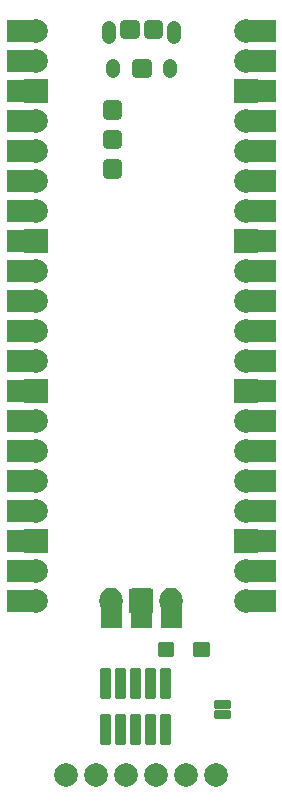
<source format=gts>
G04 EAGLE Gerber RS-274X export*
G75*
%MOMM*%
%FSLAX34Y34*%
%LPD*%
%INTop Solder Mask*%
%IPPOS*%
%AMOC8*
5,1,8,0,0,1.08239X$1,22.5*%
G01*
%ADD10C,0.221750*%
%ADD11C,2.006600*%
%ADD12C,0.732150*%
%ADD13C,1.227000*%
%ADD14C,1.177000*%
%ADD15R,2.006600X2.006600*%
%ADD16C,0.224459*%
%ADD17C,0.228600*%

G36*
X136047Y231287D02*
X136047Y231287D01*
X136042Y231294D01*
X136049Y231300D01*
X136049Y262300D01*
X136047Y262303D01*
X136049Y262306D01*
X135974Y262973D01*
X135968Y262979D01*
X135971Y262984D01*
X135749Y263618D01*
X135743Y263622D01*
X135745Y263628D01*
X135387Y264197D01*
X135380Y264200D01*
X135380Y264205D01*
X134905Y264680D01*
X134897Y264681D01*
X134897Y264687D01*
X134328Y265045D01*
X134320Y265044D01*
X134318Y265049D01*
X133684Y265271D01*
X133676Y265269D01*
X133673Y265274D01*
X133006Y265349D01*
X133002Y265347D01*
X133000Y265349D01*
X121000Y265349D01*
X120997Y265347D01*
X120995Y265349D01*
X120327Y265274D01*
X120321Y265268D01*
X120316Y265271D01*
X119682Y265049D01*
X119678Y265043D01*
X119672Y265045D01*
X119103Y264687D01*
X119100Y264680D01*
X119095Y264680D01*
X118620Y264205D01*
X118619Y264197D01*
X118613Y264197D01*
X118255Y263628D01*
X118256Y263623D01*
X118254Y263621D01*
X118255Y263619D01*
X118251Y263618D01*
X118029Y262984D01*
X118029Y262982D01*
X118028Y262981D01*
X118031Y262977D01*
X118031Y262976D01*
X118026Y262973D01*
X117951Y262306D01*
X117953Y262302D01*
X117951Y262300D01*
X117951Y231300D01*
X117987Y231253D01*
X117994Y231258D01*
X118000Y231251D01*
X136000Y231251D01*
X136047Y231287D01*
G37*
G36*
X240947Y676787D02*
X240947Y676787D01*
X240942Y676794D01*
X240949Y676800D01*
X240949Y694800D01*
X240913Y694847D01*
X240906Y694842D01*
X240900Y694849D01*
X209900Y694849D01*
X209897Y694847D01*
X209895Y694849D01*
X209227Y694774D01*
X209221Y694768D01*
X209216Y694771D01*
X208582Y694549D01*
X208578Y694543D01*
X208572Y694545D01*
X208003Y694187D01*
X208000Y694180D01*
X207995Y694180D01*
X207520Y693705D01*
X207519Y693697D01*
X207513Y693697D01*
X207155Y693128D01*
X207156Y693120D01*
X207151Y693118D01*
X206929Y692484D01*
X206931Y692478D01*
X206927Y692475D01*
X206928Y692474D01*
X206926Y692473D01*
X206851Y691806D01*
X206853Y691802D01*
X206851Y691800D01*
X206851Y679800D01*
X206853Y679797D01*
X206851Y679795D01*
X206926Y679127D01*
X206932Y679121D01*
X206929Y679116D01*
X207151Y678482D01*
X207157Y678478D01*
X207155Y678472D01*
X207513Y677903D01*
X207520Y677900D01*
X207520Y677895D01*
X207995Y677420D01*
X208003Y677419D01*
X208003Y677413D01*
X208572Y677055D01*
X208580Y677056D01*
X208582Y677051D01*
X209216Y676829D01*
X209224Y676831D01*
X209227Y676826D01*
X209895Y676751D01*
X209898Y676753D01*
X209900Y676751D01*
X240900Y676751D01*
X240947Y676787D01*
G37*
G36*
X240947Y295787D02*
X240947Y295787D01*
X240942Y295794D01*
X240949Y295800D01*
X240949Y313800D01*
X240913Y313847D01*
X240906Y313842D01*
X240900Y313849D01*
X209900Y313849D01*
X209897Y313847D01*
X209895Y313849D01*
X209227Y313774D01*
X209221Y313768D01*
X209216Y313771D01*
X208582Y313549D01*
X208578Y313543D01*
X208572Y313545D01*
X208003Y313187D01*
X208000Y313180D01*
X207995Y313180D01*
X207520Y312705D01*
X207519Y312697D01*
X207513Y312697D01*
X207155Y312128D01*
X207156Y312120D01*
X207151Y312118D01*
X206929Y311484D01*
X206931Y311478D01*
X206927Y311475D01*
X206928Y311474D01*
X206926Y311473D01*
X206851Y310806D01*
X206853Y310802D01*
X206851Y310800D01*
X206851Y298800D01*
X206853Y298797D01*
X206851Y298795D01*
X206926Y298127D01*
X206932Y298121D01*
X206929Y298116D01*
X207151Y297482D01*
X207157Y297478D01*
X207155Y297472D01*
X207513Y296903D01*
X207520Y296900D01*
X207520Y296895D01*
X207995Y296420D01*
X208003Y296419D01*
X208003Y296413D01*
X208572Y296055D01*
X208580Y296056D01*
X208582Y296051D01*
X209216Y295829D01*
X209224Y295831D01*
X209227Y295826D01*
X209895Y295751D01*
X209898Y295753D01*
X209900Y295751D01*
X240900Y295751D01*
X240947Y295787D01*
G37*
G36*
X240947Y422787D02*
X240947Y422787D01*
X240942Y422794D01*
X240949Y422800D01*
X240949Y440800D01*
X240913Y440847D01*
X240906Y440842D01*
X240900Y440849D01*
X209900Y440849D01*
X209897Y440847D01*
X209895Y440849D01*
X209227Y440774D01*
X209221Y440768D01*
X209216Y440771D01*
X208582Y440549D01*
X208578Y440543D01*
X208572Y440545D01*
X208003Y440187D01*
X208000Y440180D01*
X207995Y440180D01*
X207520Y439705D01*
X207519Y439697D01*
X207513Y439697D01*
X207155Y439128D01*
X207156Y439120D01*
X207151Y439118D01*
X206929Y438484D01*
X206931Y438478D01*
X206927Y438475D01*
X206928Y438474D01*
X206926Y438473D01*
X206851Y437806D01*
X206853Y437802D01*
X206851Y437800D01*
X206851Y425800D01*
X206853Y425797D01*
X206851Y425795D01*
X206926Y425127D01*
X206932Y425121D01*
X206929Y425116D01*
X207151Y424482D01*
X207157Y424478D01*
X207155Y424472D01*
X207513Y423903D01*
X207520Y423900D01*
X207520Y423895D01*
X207995Y423420D01*
X208003Y423419D01*
X208003Y423413D01*
X208572Y423055D01*
X208580Y423056D01*
X208582Y423051D01*
X209216Y422829D01*
X209224Y422831D01*
X209227Y422826D01*
X209895Y422751D01*
X209898Y422753D01*
X209900Y422751D01*
X240900Y422751D01*
X240947Y422787D01*
G37*
G36*
X240947Y549787D02*
X240947Y549787D01*
X240942Y549794D01*
X240949Y549800D01*
X240949Y567800D01*
X240913Y567847D01*
X240906Y567842D01*
X240900Y567849D01*
X209900Y567849D01*
X209897Y567847D01*
X209895Y567849D01*
X209227Y567774D01*
X209221Y567768D01*
X209216Y567771D01*
X208582Y567549D01*
X208578Y567543D01*
X208572Y567545D01*
X208003Y567187D01*
X208000Y567180D01*
X207995Y567180D01*
X207520Y566705D01*
X207519Y566697D01*
X207513Y566697D01*
X207155Y566128D01*
X207156Y566120D01*
X207151Y566118D01*
X206929Y565484D01*
X206931Y565478D01*
X206927Y565475D01*
X206928Y565474D01*
X206926Y565473D01*
X206851Y564806D01*
X206853Y564802D01*
X206851Y564800D01*
X206851Y552800D01*
X206853Y552797D01*
X206851Y552795D01*
X206926Y552127D01*
X206932Y552121D01*
X206929Y552116D01*
X207151Y551482D01*
X207157Y551478D01*
X207155Y551472D01*
X207513Y550903D01*
X207520Y550900D01*
X207520Y550895D01*
X207995Y550420D01*
X208003Y550419D01*
X208003Y550413D01*
X208572Y550055D01*
X208580Y550056D01*
X208582Y550051D01*
X209216Y549829D01*
X209224Y549831D01*
X209227Y549826D01*
X209895Y549751D01*
X209898Y549753D01*
X209900Y549751D01*
X240900Y549751D01*
X240947Y549787D01*
G37*
G36*
X44103Y295753D02*
X44103Y295753D01*
X44106Y295751D01*
X44773Y295826D01*
X44779Y295832D01*
X44784Y295829D01*
X45418Y296051D01*
X45422Y296057D01*
X45428Y296055D01*
X45997Y296413D01*
X46000Y296420D01*
X46005Y296420D01*
X46480Y296895D01*
X46481Y296903D01*
X46487Y296903D01*
X46845Y297472D01*
X46844Y297480D01*
X46849Y297482D01*
X47071Y298116D01*
X47069Y298124D01*
X47074Y298127D01*
X47149Y298795D01*
X47147Y298798D01*
X47149Y298800D01*
X47149Y310800D01*
X47147Y310803D01*
X47149Y310806D01*
X47074Y311473D01*
X47068Y311479D01*
X47071Y311484D01*
X46849Y312118D01*
X46843Y312122D01*
X46845Y312128D01*
X46487Y312697D01*
X46480Y312700D01*
X46480Y312705D01*
X46005Y313180D01*
X45997Y313181D01*
X45997Y313187D01*
X45428Y313545D01*
X45420Y313544D01*
X45418Y313549D01*
X44784Y313771D01*
X44776Y313769D01*
X44773Y313774D01*
X44106Y313849D01*
X44102Y313847D01*
X44100Y313849D01*
X13100Y313849D01*
X13053Y313813D01*
X13058Y313806D01*
X13051Y313800D01*
X13051Y295800D01*
X13087Y295753D01*
X13094Y295758D01*
X13100Y295751D01*
X44100Y295751D01*
X44103Y295753D01*
G37*
G36*
X44103Y676753D02*
X44103Y676753D01*
X44106Y676751D01*
X44773Y676826D01*
X44779Y676832D01*
X44784Y676829D01*
X45418Y677051D01*
X45422Y677057D01*
X45428Y677055D01*
X45997Y677413D01*
X46000Y677420D01*
X46005Y677420D01*
X46480Y677895D01*
X46481Y677903D01*
X46487Y677903D01*
X46845Y678472D01*
X46844Y678480D01*
X46849Y678482D01*
X47071Y679116D01*
X47069Y679124D01*
X47074Y679127D01*
X47149Y679795D01*
X47147Y679798D01*
X47149Y679800D01*
X47149Y691800D01*
X47147Y691803D01*
X47149Y691806D01*
X47074Y692473D01*
X47068Y692479D01*
X47071Y692484D01*
X46849Y693118D01*
X46843Y693122D01*
X46845Y693128D01*
X46487Y693697D01*
X46480Y693700D01*
X46480Y693705D01*
X46005Y694180D01*
X45997Y694181D01*
X45997Y694187D01*
X45428Y694545D01*
X45420Y694544D01*
X45418Y694549D01*
X44784Y694771D01*
X44776Y694769D01*
X44773Y694774D01*
X44106Y694849D01*
X44102Y694847D01*
X44100Y694849D01*
X13100Y694849D01*
X13053Y694813D01*
X13058Y694806D01*
X13051Y694800D01*
X13051Y676800D01*
X13087Y676753D01*
X13094Y676758D01*
X13100Y676751D01*
X44100Y676751D01*
X44103Y676753D01*
G37*
G36*
X44103Y549753D02*
X44103Y549753D01*
X44106Y549751D01*
X44773Y549826D01*
X44779Y549832D01*
X44784Y549829D01*
X45418Y550051D01*
X45422Y550057D01*
X45428Y550055D01*
X45997Y550413D01*
X46000Y550420D01*
X46005Y550420D01*
X46480Y550895D01*
X46481Y550903D01*
X46487Y550903D01*
X46845Y551472D01*
X46844Y551480D01*
X46849Y551482D01*
X47071Y552116D01*
X47069Y552124D01*
X47074Y552127D01*
X47149Y552795D01*
X47147Y552798D01*
X47149Y552800D01*
X47149Y564800D01*
X47147Y564803D01*
X47149Y564806D01*
X47074Y565473D01*
X47068Y565479D01*
X47071Y565484D01*
X46849Y566118D01*
X46843Y566122D01*
X46845Y566128D01*
X46487Y566697D01*
X46480Y566700D01*
X46480Y566705D01*
X46005Y567180D01*
X45997Y567181D01*
X45997Y567187D01*
X45428Y567545D01*
X45420Y567544D01*
X45418Y567549D01*
X44784Y567771D01*
X44776Y567769D01*
X44773Y567774D01*
X44106Y567849D01*
X44102Y567847D01*
X44100Y567849D01*
X13100Y567849D01*
X13053Y567813D01*
X13058Y567806D01*
X13051Y567800D01*
X13051Y549800D01*
X13087Y549753D01*
X13094Y549758D01*
X13100Y549751D01*
X44100Y549751D01*
X44103Y549753D01*
G37*
G36*
X44103Y422753D02*
X44103Y422753D01*
X44106Y422751D01*
X44773Y422826D01*
X44779Y422832D01*
X44784Y422829D01*
X45418Y423051D01*
X45422Y423057D01*
X45428Y423055D01*
X45997Y423413D01*
X46000Y423420D01*
X46005Y423420D01*
X46480Y423895D01*
X46481Y423903D01*
X46487Y423903D01*
X46845Y424472D01*
X46844Y424480D01*
X46849Y424482D01*
X47071Y425116D01*
X47069Y425124D01*
X47074Y425127D01*
X47149Y425795D01*
X47147Y425798D01*
X47149Y425800D01*
X47149Y437800D01*
X47147Y437803D01*
X47149Y437806D01*
X47074Y438473D01*
X47068Y438479D01*
X47071Y438484D01*
X46849Y439118D01*
X46843Y439122D01*
X46845Y439128D01*
X46487Y439697D01*
X46480Y439700D01*
X46480Y439705D01*
X46005Y440180D01*
X45997Y440181D01*
X45997Y440187D01*
X45428Y440545D01*
X45420Y440544D01*
X45418Y440549D01*
X44784Y440771D01*
X44776Y440769D01*
X44773Y440774D01*
X44106Y440849D01*
X44102Y440847D01*
X44100Y440849D01*
X13100Y440849D01*
X13053Y440813D01*
X13058Y440806D01*
X13051Y440800D01*
X13051Y422800D01*
X13087Y422753D01*
X13094Y422758D01*
X13100Y422751D01*
X44100Y422751D01*
X44103Y422753D01*
G37*
G36*
X38103Y244953D02*
X38103Y244953D01*
X38105Y244951D01*
X39861Y245124D01*
X39866Y245129D01*
X39870Y245126D01*
X41558Y245638D01*
X41563Y245644D01*
X41567Y245642D01*
X43123Y246473D01*
X43126Y246480D01*
X43131Y246479D01*
X44495Y247598D01*
X44497Y247605D01*
X44502Y247605D01*
X45621Y248969D01*
X45622Y248976D01*
X45627Y248977D01*
X46458Y250533D01*
X46457Y250540D01*
X46462Y250542D01*
X46465Y250552D01*
X46480Y250601D01*
X46659Y251192D01*
X46674Y251241D01*
X46854Y251832D01*
X46869Y251882D01*
X46974Y252230D01*
X46972Y252237D01*
X46976Y252239D01*
X47149Y253995D01*
X47145Y254001D01*
X47149Y254005D01*
X46976Y255761D01*
X46971Y255766D01*
X46974Y255770D01*
X46462Y257458D01*
X46456Y257463D01*
X46458Y257467D01*
X45627Y259023D01*
X45620Y259026D01*
X45621Y259031D01*
X44502Y260395D01*
X44495Y260397D01*
X44495Y260402D01*
X43131Y261521D01*
X43124Y261522D01*
X43123Y261527D01*
X41567Y262358D01*
X41560Y262357D01*
X41558Y262362D01*
X39870Y262874D01*
X39863Y262872D01*
X39861Y262876D01*
X38105Y263049D01*
X38102Y263047D01*
X38100Y263049D01*
X13100Y263049D01*
X13053Y263013D01*
X13058Y263006D01*
X13051Y263000D01*
X13051Y245000D01*
X13087Y244953D01*
X13094Y244958D01*
X13100Y244951D01*
X38100Y244951D01*
X38103Y244953D01*
G37*
G36*
X38103Y727553D02*
X38103Y727553D01*
X38105Y727551D01*
X39861Y727724D01*
X39866Y727729D01*
X39870Y727726D01*
X41558Y728238D01*
X41563Y728244D01*
X41567Y728242D01*
X43123Y729073D01*
X43126Y729080D01*
X43131Y729079D01*
X44495Y730198D01*
X44497Y730205D01*
X44502Y730205D01*
X45621Y731569D01*
X45622Y731576D01*
X45627Y731577D01*
X46458Y733133D01*
X46457Y733140D01*
X46462Y733142D01*
X46600Y733595D01*
X46615Y733644D01*
X46794Y734235D01*
X46809Y734285D01*
X46974Y734830D01*
X46972Y734837D01*
X46976Y734839D01*
X47149Y736595D01*
X47145Y736601D01*
X47149Y736605D01*
X46976Y738361D01*
X46971Y738366D01*
X46974Y738370D01*
X46462Y740058D01*
X46456Y740063D01*
X46458Y740067D01*
X45627Y741623D01*
X45620Y741626D01*
X45621Y741631D01*
X44502Y742995D01*
X44495Y742997D01*
X44495Y743002D01*
X43131Y744121D01*
X43124Y744122D01*
X43123Y744127D01*
X41567Y744958D01*
X41560Y744957D01*
X41558Y744962D01*
X39870Y745474D01*
X39863Y745472D01*
X39861Y745476D01*
X38105Y745649D01*
X38102Y745647D01*
X38100Y745649D01*
X13100Y745649D01*
X13053Y745613D01*
X13058Y745606D01*
X13051Y745600D01*
X13051Y727600D01*
X13087Y727553D01*
X13094Y727558D01*
X13100Y727551D01*
X38100Y727551D01*
X38103Y727553D01*
G37*
G36*
X38103Y702153D02*
X38103Y702153D01*
X38105Y702151D01*
X39861Y702324D01*
X39866Y702329D01*
X39870Y702326D01*
X41558Y702838D01*
X41563Y702844D01*
X41567Y702842D01*
X43123Y703673D01*
X43126Y703680D01*
X43131Y703679D01*
X44495Y704798D01*
X44497Y704805D01*
X44502Y704805D01*
X45621Y706169D01*
X45622Y706176D01*
X45627Y706177D01*
X46458Y707733D01*
X46457Y707740D01*
X46462Y707742D01*
X46600Y708195D01*
X46615Y708244D01*
X46794Y708835D01*
X46809Y708885D01*
X46974Y709430D01*
X46972Y709437D01*
X46976Y709439D01*
X47149Y711195D01*
X47145Y711201D01*
X47149Y711205D01*
X46976Y712961D01*
X46971Y712966D01*
X46974Y712970D01*
X46462Y714658D01*
X46456Y714663D01*
X46458Y714667D01*
X45627Y716223D01*
X45620Y716226D01*
X45621Y716231D01*
X44502Y717595D01*
X44495Y717597D01*
X44495Y717602D01*
X43131Y718721D01*
X43124Y718722D01*
X43123Y718727D01*
X41567Y719558D01*
X41560Y719557D01*
X41558Y719562D01*
X39870Y720074D01*
X39863Y720072D01*
X39861Y720076D01*
X38105Y720249D01*
X38102Y720247D01*
X38100Y720249D01*
X13100Y720249D01*
X13053Y720213D01*
X13058Y720206D01*
X13051Y720200D01*
X13051Y702200D01*
X13087Y702153D01*
X13094Y702158D01*
X13100Y702151D01*
X38100Y702151D01*
X38103Y702153D01*
G37*
G36*
X38103Y346553D02*
X38103Y346553D01*
X38105Y346551D01*
X39861Y346724D01*
X39866Y346729D01*
X39870Y346726D01*
X41558Y347238D01*
X41563Y347244D01*
X41567Y347242D01*
X43123Y348073D01*
X43126Y348080D01*
X43131Y348079D01*
X44495Y349198D01*
X44497Y349205D01*
X44502Y349205D01*
X45621Y350569D01*
X45622Y350576D01*
X45627Y350577D01*
X46458Y352133D01*
X46457Y352140D01*
X46462Y352142D01*
X46600Y352595D01*
X46615Y352644D01*
X46794Y353235D01*
X46809Y353285D01*
X46974Y353830D01*
X46972Y353837D01*
X46976Y353839D01*
X47149Y355595D01*
X47145Y355601D01*
X47149Y355605D01*
X46976Y357361D01*
X46971Y357366D01*
X46974Y357370D01*
X46462Y359058D01*
X46456Y359063D01*
X46458Y359067D01*
X45627Y360623D01*
X45620Y360626D01*
X45621Y360631D01*
X44502Y361995D01*
X44495Y361997D01*
X44495Y362002D01*
X43131Y363121D01*
X43124Y363122D01*
X43123Y363127D01*
X41567Y363958D01*
X41560Y363957D01*
X41558Y363962D01*
X39870Y364474D01*
X39863Y364472D01*
X39861Y364476D01*
X38105Y364649D01*
X38102Y364647D01*
X38100Y364649D01*
X13100Y364649D01*
X13053Y364613D01*
X13058Y364606D01*
X13051Y364600D01*
X13051Y346600D01*
X13087Y346553D01*
X13094Y346558D01*
X13100Y346551D01*
X38100Y346551D01*
X38103Y346553D01*
G37*
G36*
X38103Y600553D02*
X38103Y600553D01*
X38105Y600551D01*
X39861Y600724D01*
X39866Y600729D01*
X39870Y600726D01*
X41558Y601238D01*
X41563Y601244D01*
X41567Y601242D01*
X43123Y602073D01*
X43126Y602080D01*
X43131Y602079D01*
X44495Y603198D01*
X44497Y603205D01*
X44502Y603205D01*
X45621Y604569D01*
X45622Y604576D01*
X45627Y604577D01*
X46458Y606133D01*
X46457Y606140D01*
X46462Y606142D01*
X46600Y606595D01*
X46615Y606644D01*
X46794Y607235D01*
X46809Y607285D01*
X46974Y607830D01*
X46972Y607837D01*
X46976Y607839D01*
X47149Y609595D01*
X47145Y609601D01*
X47149Y609605D01*
X46976Y611361D01*
X46971Y611366D01*
X46974Y611370D01*
X46462Y613058D01*
X46456Y613063D01*
X46458Y613067D01*
X45627Y614623D01*
X45620Y614626D01*
X45621Y614631D01*
X44502Y615995D01*
X44495Y615997D01*
X44495Y616002D01*
X43131Y617121D01*
X43124Y617122D01*
X43123Y617127D01*
X41567Y617958D01*
X41560Y617957D01*
X41558Y617962D01*
X39870Y618474D01*
X39863Y618472D01*
X39861Y618476D01*
X38105Y618649D01*
X38102Y618647D01*
X38100Y618649D01*
X13100Y618649D01*
X13053Y618613D01*
X13058Y618606D01*
X13051Y618600D01*
X13051Y600600D01*
X13087Y600553D01*
X13094Y600558D01*
X13100Y600551D01*
X38100Y600551D01*
X38103Y600553D01*
G37*
G36*
X38103Y651353D02*
X38103Y651353D01*
X38105Y651351D01*
X39861Y651524D01*
X39866Y651529D01*
X39870Y651526D01*
X41558Y652038D01*
X41563Y652044D01*
X41567Y652042D01*
X43123Y652873D01*
X43126Y652880D01*
X43131Y652879D01*
X44495Y653998D01*
X44497Y654005D01*
X44502Y654005D01*
X45621Y655369D01*
X45622Y655376D01*
X45627Y655377D01*
X46458Y656933D01*
X46457Y656940D01*
X46462Y656942D01*
X46600Y657395D01*
X46615Y657444D01*
X46794Y658035D01*
X46809Y658085D01*
X46974Y658630D01*
X46972Y658637D01*
X46976Y658639D01*
X47149Y660395D01*
X47145Y660401D01*
X47149Y660405D01*
X46976Y662161D01*
X46971Y662166D01*
X46974Y662170D01*
X46462Y663858D01*
X46456Y663863D01*
X46458Y663867D01*
X45627Y665423D01*
X45620Y665426D01*
X45621Y665431D01*
X44502Y666795D01*
X44495Y666797D01*
X44495Y666802D01*
X43131Y667921D01*
X43124Y667922D01*
X43123Y667927D01*
X41567Y668758D01*
X41560Y668757D01*
X41558Y668762D01*
X39870Y669274D01*
X39863Y669272D01*
X39861Y669276D01*
X38105Y669449D01*
X38102Y669447D01*
X38100Y669449D01*
X13100Y669449D01*
X13053Y669413D01*
X13058Y669406D01*
X13051Y669400D01*
X13051Y651400D01*
X13087Y651353D01*
X13094Y651358D01*
X13100Y651351D01*
X38100Y651351D01*
X38103Y651353D01*
G37*
G36*
X38103Y321153D02*
X38103Y321153D01*
X38105Y321151D01*
X39861Y321324D01*
X39866Y321329D01*
X39870Y321326D01*
X41558Y321838D01*
X41563Y321844D01*
X41567Y321842D01*
X43123Y322673D01*
X43126Y322680D01*
X43131Y322679D01*
X44495Y323798D01*
X44497Y323805D01*
X44502Y323805D01*
X45621Y325169D01*
X45622Y325176D01*
X45627Y325177D01*
X46458Y326733D01*
X46457Y326740D01*
X46462Y326742D01*
X46600Y327195D01*
X46615Y327244D01*
X46794Y327835D01*
X46809Y327885D01*
X46974Y328430D01*
X46972Y328437D01*
X46976Y328439D01*
X47149Y330195D01*
X47145Y330201D01*
X47149Y330205D01*
X46976Y331961D01*
X46971Y331966D01*
X46974Y331970D01*
X46462Y333658D01*
X46456Y333663D01*
X46458Y333667D01*
X45627Y335223D01*
X45620Y335226D01*
X45621Y335231D01*
X44502Y336595D01*
X44495Y336597D01*
X44495Y336602D01*
X43131Y337721D01*
X43124Y337722D01*
X43123Y337727D01*
X41567Y338558D01*
X41560Y338557D01*
X41558Y338562D01*
X39870Y339074D01*
X39863Y339072D01*
X39861Y339076D01*
X38105Y339249D01*
X38102Y339247D01*
X38100Y339249D01*
X13100Y339249D01*
X13053Y339213D01*
X13058Y339206D01*
X13051Y339200D01*
X13051Y321200D01*
X13087Y321153D01*
X13094Y321158D01*
X13100Y321151D01*
X38100Y321151D01*
X38103Y321153D01*
G37*
G36*
X38103Y625953D02*
X38103Y625953D01*
X38105Y625951D01*
X39861Y626124D01*
X39866Y626129D01*
X39870Y626126D01*
X41558Y626638D01*
X41563Y626644D01*
X41567Y626642D01*
X43123Y627473D01*
X43126Y627480D01*
X43131Y627479D01*
X44495Y628598D01*
X44497Y628605D01*
X44502Y628605D01*
X45621Y629969D01*
X45622Y629976D01*
X45627Y629977D01*
X46458Y631533D01*
X46457Y631540D01*
X46462Y631542D01*
X46600Y631995D01*
X46615Y632044D01*
X46794Y632635D01*
X46809Y632685D01*
X46974Y633230D01*
X46972Y633237D01*
X46976Y633239D01*
X47149Y634995D01*
X47145Y635001D01*
X47149Y635005D01*
X46976Y636761D01*
X46971Y636766D01*
X46974Y636770D01*
X46462Y638458D01*
X46456Y638463D01*
X46458Y638467D01*
X45627Y640023D01*
X45620Y640026D01*
X45621Y640031D01*
X44502Y641395D01*
X44495Y641397D01*
X44495Y641402D01*
X43131Y642521D01*
X43124Y642522D01*
X43123Y642527D01*
X41567Y643358D01*
X41560Y643357D01*
X41558Y643362D01*
X39870Y643874D01*
X39863Y643872D01*
X39861Y643876D01*
X38105Y644049D01*
X38102Y644047D01*
X38100Y644049D01*
X13100Y644049D01*
X13053Y644013D01*
X13058Y644006D01*
X13051Y644000D01*
X13051Y626000D01*
X13087Y625953D01*
X13094Y625958D01*
X13100Y625951D01*
X38100Y625951D01*
X38103Y625953D01*
G37*
G36*
X38103Y575153D02*
X38103Y575153D01*
X38105Y575151D01*
X39861Y575324D01*
X39866Y575329D01*
X39870Y575326D01*
X41558Y575838D01*
X41563Y575844D01*
X41567Y575842D01*
X43123Y576673D01*
X43126Y576680D01*
X43131Y576679D01*
X44495Y577798D01*
X44497Y577805D01*
X44502Y577805D01*
X45621Y579169D01*
X45622Y579176D01*
X45627Y579177D01*
X46458Y580733D01*
X46457Y580740D01*
X46462Y580742D01*
X46600Y581195D01*
X46615Y581244D01*
X46794Y581835D01*
X46809Y581885D01*
X46974Y582430D01*
X46972Y582437D01*
X46976Y582439D01*
X47149Y584195D01*
X47145Y584201D01*
X47149Y584205D01*
X46976Y585961D01*
X46971Y585966D01*
X46974Y585970D01*
X46462Y587658D01*
X46456Y587663D01*
X46458Y587667D01*
X45627Y589223D01*
X45620Y589226D01*
X45621Y589231D01*
X44502Y590595D01*
X44495Y590597D01*
X44495Y590602D01*
X43131Y591721D01*
X43124Y591722D01*
X43123Y591727D01*
X41567Y592558D01*
X41560Y592557D01*
X41558Y592562D01*
X39870Y593074D01*
X39863Y593072D01*
X39861Y593076D01*
X38105Y593249D01*
X38102Y593247D01*
X38100Y593249D01*
X13100Y593249D01*
X13053Y593213D01*
X13058Y593206D01*
X13051Y593200D01*
X13051Y575200D01*
X13087Y575153D01*
X13094Y575158D01*
X13100Y575151D01*
X38100Y575151D01*
X38103Y575153D01*
G37*
G36*
X38103Y473553D02*
X38103Y473553D01*
X38105Y473551D01*
X39861Y473724D01*
X39866Y473729D01*
X39870Y473726D01*
X41558Y474238D01*
X41563Y474244D01*
X41567Y474242D01*
X43123Y475073D01*
X43126Y475080D01*
X43131Y475079D01*
X44495Y476198D01*
X44497Y476205D01*
X44502Y476205D01*
X45621Y477569D01*
X45622Y477576D01*
X45627Y477577D01*
X46458Y479133D01*
X46457Y479140D01*
X46462Y479142D01*
X46600Y479595D01*
X46615Y479644D01*
X46794Y480235D01*
X46809Y480285D01*
X46974Y480830D01*
X46972Y480837D01*
X46976Y480839D01*
X47149Y482595D01*
X47145Y482601D01*
X47149Y482605D01*
X46976Y484361D01*
X46971Y484366D01*
X46974Y484370D01*
X46462Y486058D01*
X46456Y486063D01*
X46458Y486067D01*
X45627Y487623D01*
X45620Y487626D01*
X45621Y487631D01*
X44502Y488995D01*
X44495Y488997D01*
X44495Y489002D01*
X43131Y490121D01*
X43124Y490122D01*
X43123Y490127D01*
X41567Y490958D01*
X41560Y490957D01*
X41558Y490962D01*
X39870Y491474D01*
X39863Y491472D01*
X39861Y491476D01*
X38105Y491649D01*
X38102Y491647D01*
X38100Y491649D01*
X13100Y491649D01*
X13053Y491613D01*
X13058Y491606D01*
X13051Y491600D01*
X13051Y473600D01*
X13087Y473553D01*
X13094Y473558D01*
X13100Y473551D01*
X38100Y473551D01*
X38103Y473553D01*
G37*
G36*
X38103Y524353D02*
X38103Y524353D01*
X38105Y524351D01*
X39861Y524524D01*
X39866Y524529D01*
X39870Y524526D01*
X41558Y525038D01*
X41563Y525044D01*
X41567Y525042D01*
X43123Y525873D01*
X43126Y525880D01*
X43131Y525879D01*
X44495Y526998D01*
X44497Y527005D01*
X44502Y527005D01*
X45621Y528369D01*
X45622Y528376D01*
X45627Y528377D01*
X46458Y529933D01*
X46457Y529940D01*
X46462Y529942D01*
X46600Y530395D01*
X46615Y530444D01*
X46794Y531035D01*
X46809Y531085D01*
X46974Y531630D01*
X46972Y531637D01*
X46976Y531639D01*
X47149Y533395D01*
X47145Y533401D01*
X47149Y533405D01*
X46976Y535161D01*
X46971Y535166D01*
X46974Y535170D01*
X46462Y536858D01*
X46456Y536863D01*
X46458Y536867D01*
X45627Y538423D01*
X45620Y538426D01*
X45621Y538431D01*
X44502Y539795D01*
X44495Y539797D01*
X44495Y539802D01*
X43131Y540921D01*
X43124Y540922D01*
X43123Y540927D01*
X41567Y541758D01*
X41560Y541757D01*
X41558Y541762D01*
X39870Y542274D01*
X39863Y542272D01*
X39861Y542276D01*
X38105Y542449D01*
X38102Y542447D01*
X38100Y542449D01*
X13100Y542449D01*
X13053Y542413D01*
X13058Y542406D01*
X13051Y542400D01*
X13051Y524400D01*
X13087Y524353D01*
X13094Y524358D01*
X13100Y524351D01*
X38100Y524351D01*
X38103Y524353D01*
G37*
G36*
X38103Y498953D02*
X38103Y498953D01*
X38105Y498951D01*
X39861Y499124D01*
X39866Y499129D01*
X39870Y499126D01*
X41558Y499638D01*
X41563Y499644D01*
X41567Y499642D01*
X43123Y500473D01*
X43126Y500480D01*
X43131Y500479D01*
X44495Y501598D01*
X44497Y501605D01*
X44502Y501605D01*
X45621Y502969D01*
X45622Y502976D01*
X45627Y502977D01*
X46458Y504533D01*
X46457Y504540D01*
X46462Y504542D01*
X46600Y504995D01*
X46615Y505044D01*
X46794Y505635D01*
X46809Y505685D01*
X46974Y506230D01*
X46972Y506237D01*
X46976Y506239D01*
X47149Y507995D01*
X47145Y508001D01*
X47149Y508005D01*
X46976Y509761D01*
X46971Y509766D01*
X46974Y509770D01*
X46462Y511458D01*
X46456Y511463D01*
X46458Y511467D01*
X45627Y513023D01*
X45620Y513026D01*
X45621Y513031D01*
X44502Y514395D01*
X44495Y514397D01*
X44495Y514402D01*
X43131Y515521D01*
X43124Y515522D01*
X43123Y515527D01*
X41567Y516358D01*
X41560Y516357D01*
X41558Y516362D01*
X39870Y516874D01*
X39863Y516872D01*
X39861Y516876D01*
X38105Y517049D01*
X38102Y517047D01*
X38100Y517049D01*
X13100Y517049D01*
X13053Y517013D01*
X13058Y517006D01*
X13051Y517000D01*
X13051Y499000D01*
X13087Y498953D01*
X13094Y498958D01*
X13100Y498951D01*
X38100Y498951D01*
X38103Y498953D01*
G37*
G36*
X38103Y270353D02*
X38103Y270353D01*
X38105Y270351D01*
X39861Y270524D01*
X39866Y270529D01*
X39870Y270526D01*
X41558Y271038D01*
X41563Y271044D01*
X41567Y271042D01*
X43123Y271873D01*
X43126Y271880D01*
X43131Y271879D01*
X44495Y272998D01*
X44497Y273005D01*
X44502Y273005D01*
X45621Y274369D01*
X45622Y274376D01*
X45627Y274377D01*
X46458Y275933D01*
X46457Y275940D01*
X46462Y275942D01*
X46600Y276395D01*
X46615Y276444D01*
X46794Y277035D01*
X46809Y277085D01*
X46974Y277630D01*
X46972Y277637D01*
X46976Y277639D01*
X47149Y279395D01*
X47145Y279401D01*
X47149Y279405D01*
X46976Y281161D01*
X46971Y281166D01*
X46974Y281170D01*
X46462Y282858D01*
X46456Y282863D01*
X46458Y282867D01*
X45627Y284423D01*
X45620Y284426D01*
X45621Y284431D01*
X44502Y285795D01*
X44495Y285797D01*
X44495Y285802D01*
X43131Y286921D01*
X43124Y286922D01*
X43123Y286927D01*
X41567Y287758D01*
X41560Y287757D01*
X41558Y287762D01*
X39870Y288274D01*
X39863Y288272D01*
X39861Y288276D01*
X38105Y288449D01*
X38102Y288447D01*
X38100Y288449D01*
X13100Y288449D01*
X13053Y288413D01*
X13058Y288406D01*
X13051Y288400D01*
X13051Y270400D01*
X13087Y270353D01*
X13094Y270358D01*
X13100Y270351D01*
X38100Y270351D01*
X38103Y270353D01*
G37*
G36*
X38103Y448153D02*
X38103Y448153D01*
X38105Y448151D01*
X39861Y448324D01*
X39866Y448329D01*
X39870Y448326D01*
X41558Y448838D01*
X41563Y448844D01*
X41567Y448842D01*
X43123Y449673D01*
X43126Y449680D01*
X43131Y449679D01*
X44495Y450798D01*
X44497Y450805D01*
X44502Y450805D01*
X45621Y452169D01*
X45622Y452176D01*
X45627Y452177D01*
X46458Y453733D01*
X46457Y453740D01*
X46462Y453742D01*
X46600Y454195D01*
X46615Y454244D01*
X46794Y454835D01*
X46809Y454885D01*
X46974Y455430D01*
X46972Y455437D01*
X46976Y455439D01*
X47149Y457195D01*
X47145Y457201D01*
X47149Y457205D01*
X46976Y458961D01*
X46971Y458966D01*
X46974Y458970D01*
X46462Y460658D01*
X46456Y460663D01*
X46458Y460667D01*
X45627Y462223D01*
X45620Y462226D01*
X45621Y462231D01*
X44502Y463595D01*
X44495Y463597D01*
X44495Y463602D01*
X43131Y464721D01*
X43124Y464722D01*
X43123Y464727D01*
X41567Y465558D01*
X41560Y465557D01*
X41558Y465562D01*
X39870Y466074D01*
X39863Y466072D01*
X39861Y466076D01*
X38105Y466249D01*
X38102Y466247D01*
X38100Y466249D01*
X13100Y466249D01*
X13053Y466213D01*
X13058Y466206D01*
X13051Y466200D01*
X13051Y448200D01*
X13087Y448153D01*
X13094Y448158D01*
X13100Y448151D01*
X38100Y448151D01*
X38103Y448153D01*
G37*
G36*
X38103Y397353D02*
X38103Y397353D01*
X38105Y397351D01*
X39861Y397524D01*
X39866Y397529D01*
X39870Y397526D01*
X41558Y398038D01*
X41563Y398044D01*
X41567Y398042D01*
X43123Y398873D01*
X43126Y398880D01*
X43131Y398879D01*
X44495Y399998D01*
X44497Y400005D01*
X44502Y400005D01*
X45621Y401369D01*
X45622Y401376D01*
X45627Y401377D01*
X46458Y402933D01*
X46457Y402940D01*
X46462Y402942D01*
X46600Y403395D01*
X46615Y403444D01*
X46794Y404035D01*
X46809Y404085D01*
X46974Y404630D01*
X46972Y404637D01*
X46976Y404639D01*
X47149Y406395D01*
X47145Y406401D01*
X47149Y406405D01*
X46976Y408161D01*
X46971Y408166D01*
X46974Y408170D01*
X46462Y409858D01*
X46456Y409863D01*
X46458Y409867D01*
X45627Y411423D01*
X45620Y411426D01*
X45621Y411431D01*
X44502Y412795D01*
X44495Y412797D01*
X44495Y412802D01*
X43131Y413921D01*
X43124Y413922D01*
X43123Y413927D01*
X41567Y414758D01*
X41560Y414757D01*
X41558Y414762D01*
X39870Y415274D01*
X39863Y415272D01*
X39861Y415276D01*
X38105Y415449D01*
X38102Y415447D01*
X38100Y415449D01*
X13100Y415449D01*
X13053Y415413D01*
X13058Y415406D01*
X13051Y415400D01*
X13051Y397400D01*
X13087Y397353D01*
X13094Y397358D01*
X13100Y397351D01*
X38100Y397351D01*
X38103Y397353D01*
G37*
G36*
X38103Y371953D02*
X38103Y371953D01*
X38105Y371951D01*
X39861Y372124D01*
X39866Y372129D01*
X39870Y372126D01*
X41558Y372638D01*
X41563Y372644D01*
X41567Y372642D01*
X43123Y373473D01*
X43126Y373480D01*
X43131Y373479D01*
X44495Y374598D01*
X44497Y374605D01*
X44502Y374605D01*
X45621Y375969D01*
X45622Y375976D01*
X45627Y375977D01*
X46458Y377533D01*
X46457Y377540D01*
X46462Y377542D01*
X46600Y377995D01*
X46615Y378044D01*
X46794Y378635D01*
X46809Y378685D01*
X46974Y379230D01*
X46972Y379237D01*
X46976Y379239D01*
X47149Y380995D01*
X47145Y381001D01*
X47149Y381005D01*
X46976Y382761D01*
X46971Y382766D01*
X46974Y382770D01*
X46462Y384458D01*
X46456Y384463D01*
X46458Y384467D01*
X45627Y386023D01*
X45620Y386026D01*
X45621Y386031D01*
X44502Y387395D01*
X44495Y387397D01*
X44495Y387402D01*
X43131Y388521D01*
X43124Y388522D01*
X43123Y388527D01*
X41567Y389358D01*
X41560Y389357D01*
X41558Y389362D01*
X39870Y389874D01*
X39863Y389872D01*
X39861Y389876D01*
X38105Y390049D01*
X38102Y390047D01*
X38100Y390049D01*
X13100Y390049D01*
X13053Y390013D01*
X13058Y390006D01*
X13051Y390000D01*
X13051Y372000D01*
X13087Y371953D01*
X13094Y371958D01*
X13100Y371951D01*
X38100Y371951D01*
X38103Y371953D01*
G37*
G36*
X161447Y231287D02*
X161447Y231287D01*
X161442Y231294D01*
X161449Y231300D01*
X161449Y256300D01*
X161447Y256303D01*
X161449Y256305D01*
X161276Y258061D01*
X161271Y258066D01*
X161274Y258070D01*
X160762Y259758D01*
X160756Y259763D01*
X160758Y259767D01*
X159927Y261323D01*
X159920Y261326D01*
X159921Y261331D01*
X158802Y262695D01*
X158795Y262697D01*
X158795Y262702D01*
X157431Y263821D01*
X157424Y263822D01*
X157423Y263827D01*
X155867Y264658D01*
X155860Y264657D01*
X155858Y264662D01*
X154170Y265174D01*
X154163Y265172D01*
X154161Y265176D01*
X152405Y265349D01*
X152399Y265345D01*
X152395Y265349D01*
X150639Y265176D01*
X150634Y265171D01*
X150630Y265174D01*
X148942Y264662D01*
X148937Y264656D01*
X148933Y264658D01*
X147377Y263827D01*
X147374Y263820D01*
X147369Y263821D01*
X146005Y262702D01*
X146003Y262695D01*
X145998Y262695D01*
X144879Y261331D01*
X144878Y261324D01*
X144873Y261323D01*
X144042Y259767D01*
X144043Y259760D01*
X144038Y259758D01*
X143865Y259189D01*
X143671Y258549D01*
X143526Y258070D01*
X143528Y258063D01*
X143524Y258061D01*
X143351Y256305D01*
X143353Y256302D01*
X143351Y256300D01*
X143351Y231300D01*
X143387Y231253D01*
X143394Y231258D01*
X143400Y231251D01*
X161400Y231251D01*
X161447Y231287D01*
G37*
G36*
X110647Y231287D02*
X110647Y231287D01*
X110642Y231294D01*
X110649Y231300D01*
X110649Y256300D01*
X110647Y256303D01*
X110649Y256305D01*
X110476Y258061D01*
X110471Y258066D01*
X110474Y258070D01*
X109962Y259758D01*
X109956Y259763D01*
X109958Y259767D01*
X109127Y261323D01*
X109120Y261326D01*
X109121Y261331D01*
X108002Y262695D01*
X107995Y262697D01*
X107995Y262702D01*
X106631Y263821D01*
X106624Y263822D01*
X106623Y263827D01*
X105067Y264658D01*
X105060Y264657D01*
X105058Y264662D01*
X103370Y265174D01*
X103363Y265172D01*
X103361Y265176D01*
X101605Y265349D01*
X101599Y265345D01*
X101595Y265349D01*
X99839Y265176D01*
X99834Y265171D01*
X99830Y265174D01*
X98142Y264662D01*
X98137Y264656D01*
X98133Y264658D01*
X96577Y263827D01*
X96574Y263820D01*
X96569Y263821D01*
X95205Y262702D01*
X95203Y262695D01*
X95198Y262695D01*
X94079Y261331D01*
X94078Y261324D01*
X94073Y261323D01*
X93242Y259767D01*
X93243Y259760D01*
X93238Y259758D01*
X93065Y259189D01*
X92871Y258549D01*
X92726Y258070D01*
X92728Y258063D01*
X92724Y258061D01*
X92551Y256305D01*
X92553Y256302D01*
X92551Y256300D01*
X92551Y231300D01*
X92587Y231253D01*
X92594Y231258D01*
X92600Y231251D01*
X110600Y231251D01*
X110647Y231287D01*
G37*
G36*
X240947Y702187D02*
X240947Y702187D01*
X240942Y702194D01*
X240949Y702200D01*
X240949Y720200D01*
X240913Y720247D01*
X240906Y720242D01*
X240900Y720249D01*
X215900Y720249D01*
X215897Y720247D01*
X215895Y720249D01*
X214139Y720076D01*
X214134Y720071D01*
X214130Y720074D01*
X212442Y719562D01*
X212437Y719556D01*
X212433Y719558D01*
X210877Y718727D01*
X210874Y718720D01*
X210869Y718721D01*
X209505Y717602D01*
X209503Y717595D01*
X209498Y717595D01*
X208379Y716231D01*
X208378Y716224D01*
X208373Y716223D01*
X207542Y714667D01*
X207543Y714660D01*
X207538Y714658D01*
X207026Y712970D01*
X207028Y712963D01*
X207024Y712961D01*
X206851Y711205D01*
X206855Y711199D01*
X206851Y711195D01*
X207024Y709439D01*
X207029Y709434D01*
X207026Y709430D01*
X207538Y707742D01*
X207544Y707737D01*
X207542Y707733D01*
X208373Y706177D01*
X208380Y706174D01*
X208379Y706169D01*
X209498Y704805D01*
X209505Y704803D01*
X209505Y704798D01*
X210869Y703679D01*
X210876Y703678D01*
X210877Y703673D01*
X212433Y702842D01*
X212440Y702843D01*
X212442Y702838D01*
X214130Y702326D01*
X214137Y702328D01*
X214139Y702324D01*
X215895Y702151D01*
X215898Y702153D01*
X215900Y702151D01*
X240900Y702151D01*
X240947Y702187D01*
G37*
G36*
X240947Y651387D02*
X240947Y651387D01*
X240942Y651394D01*
X240949Y651400D01*
X240949Y669400D01*
X240913Y669447D01*
X240906Y669442D01*
X240900Y669449D01*
X215900Y669449D01*
X215897Y669447D01*
X215895Y669449D01*
X214139Y669276D01*
X214134Y669271D01*
X214130Y669274D01*
X212442Y668762D01*
X212437Y668756D01*
X212433Y668758D01*
X210877Y667927D01*
X210874Y667920D01*
X210869Y667921D01*
X209505Y666802D01*
X209503Y666795D01*
X209498Y666795D01*
X208379Y665431D01*
X208378Y665424D01*
X208373Y665423D01*
X207542Y663867D01*
X207543Y663860D01*
X207538Y663858D01*
X207026Y662170D01*
X207028Y662163D01*
X207024Y662161D01*
X206851Y660405D01*
X206855Y660399D01*
X206851Y660395D01*
X207024Y658639D01*
X207029Y658634D01*
X207026Y658630D01*
X207538Y656942D01*
X207544Y656937D01*
X207542Y656933D01*
X208373Y655377D01*
X208380Y655374D01*
X208379Y655369D01*
X209498Y654005D01*
X209505Y654003D01*
X209505Y653998D01*
X210869Y652879D01*
X210876Y652878D01*
X210877Y652873D01*
X212433Y652042D01*
X212440Y652043D01*
X212442Y652038D01*
X214130Y651526D01*
X214137Y651528D01*
X214139Y651524D01*
X215895Y651351D01*
X215898Y651353D01*
X215900Y651351D01*
X240900Y651351D01*
X240947Y651387D01*
G37*
G36*
X240947Y448187D02*
X240947Y448187D01*
X240942Y448194D01*
X240949Y448200D01*
X240949Y466200D01*
X240913Y466247D01*
X240906Y466242D01*
X240900Y466249D01*
X215900Y466249D01*
X215897Y466247D01*
X215895Y466249D01*
X214139Y466076D01*
X214134Y466071D01*
X214130Y466074D01*
X212442Y465562D01*
X212437Y465556D01*
X212433Y465558D01*
X210877Y464727D01*
X210874Y464720D01*
X210869Y464721D01*
X209505Y463602D01*
X209503Y463595D01*
X209498Y463595D01*
X208379Y462231D01*
X208378Y462224D01*
X208373Y462223D01*
X207542Y460667D01*
X207543Y460660D01*
X207538Y460658D01*
X207026Y458970D01*
X207028Y458963D01*
X207024Y458961D01*
X206851Y457205D01*
X206855Y457199D01*
X206851Y457195D01*
X207024Y455439D01*
X207029Y455434D01*
X207026Y455430D01*
X207538Y453742D01*
X207544Y453737D01*
X207542Y453733D01*
X208373Y452177D01*
X208380Y452174D01*
X208379Y452169D01*
X209498Y450805D01*
X209505Y450803D01*
X209505Y450798D01*
X210869Y449679D01*
X210876Y449678D01*
X210877Y449673D01*
X212433Y448842D01*
X212440Y448843D01*
X212442Y448838D01*
X214130Y448326D01*
X214137Y448328D01*
X214139Y448324D01*
X215895Y448151D01*
X215898Y448153D01*
X215900Y448151D01*
X240900Y448151D01*
X240947Y448187D01*
G37*
G36*
X240947Y371987D02*
X240947Y371987D01*
X240942Y371994D01*
X240949Y372000D01*
X240949Y390000D01*
X240913Y390047D01*
X240906Y390042D01*
X240900Y390049D01*
X215900Y390049D01*
X215897Y390047D01*
X215895Y390049D01*
X214139Y389876D01*
X214134Y389871D01*
X214130Y389874D01*
X212442Y389362D01*
X212437Y389356D01*
X212433Y389358D01*
X210877Y388527D01*
X210874Y388520D01*
X210869Y388521D01*
X209505Y387402D01*
X209503Y387395D01*
X209498Y387395D01*
X208379Y386031D01*
X208378Y386024D01*
X208373Y386023D01*
X207542Y384467D01*
X207543Y384460D01*
X207538Y384458D01*
X207026Y382770D01*
X207028Y382763D01*
X207024Y382761D01*
X206851Y381005D01*
X206855Y380999D01*
X206851Y380995D01*
X207024Y379239D01*
X207029Y379234D01*
X207026Y379230D01*
X207538Y377542D01*
X207544Y377537D01*
X207542Y377533D01*
X208373Y375977D01*
X208380Y375974D01*
X208379Y375969D01*
X209498Y374605D01*
X209505Y374603D01*
X209505Y374598D01*
X210869Y373479D01*
X210876Y373478D01*
X210877Y373473D01*
X212433Y372642D01*
X212440Y372643D01*
X212442Y372638D01*
X214130Y372126D01*
X214137Y372128D01*
X214139Y372124D01*
X215895Y371951D01*
X215898Y371953D01*
X215900Y371951D01*
X240900Y371951D01*
X240947Y371987D01*
G37*
G36*
X240947Y473587D02*
X240947Y473587D01*
X240942Y473594D01*
X240949Y473600D01*
X240949Y491600D01*
X240913Y491647D01*
X240906Y491642D01*
X240900Y491649D01*
X215900Y491649D01*
X215897Y491647D01*
X215895Y491649D01*
X214139Y491476D01*
X214134Y491471D01*
X214130Y491474D01*
X212442Y490962D01*
X212437Y490956D01*
X212433Y490958D01*
X210877Y490127D01*
X210874Y490120D01*
X210869Y490121D01*
X209505Y489002D01*
X209503Y488995D01*
X209498Y488995D01*
X208379Y487631D01*
X208378Y487624D01*
X208373Y487623D01*
X207542Y486067D01*
X207543Y486060D01*
X207538Y486058D01*
X207026Y484370D01*
X207028Y484363D01*
X207024Y484361D01*
X206851Y482605D01*
X206855Y482599D01*
X206851Y482595D01*
X207024Y480839D01*
X207029Y480834D01*
X207026Y480830D01*
X207538Y479142D01*
X207544Y479137D01*
X207542Y479133D01*
X208373Y477577D01*
X208380Y477574D01*
X208379Y477569D01*
X209498Y476205D01*
X209505Y476203D01*
X209505Y476198D01*
X210869Y475079D01*
X210876Y475078D01*
X210877Y475073D01*
X212433Y474242D01*
X212440Y474243D01*
X212442Y474238D01*
X214130Y473726D01*
X214137Y473728D01*
X214139Y473724D01*
X215895Y473551D01*
X215898Y473553D01*
X215900Y473551D01*
X240900Y473551D01*
X240947Y473587D01*
G37*
G36*
X240947Y498987D02*
X240947Y498987D01*
X240942Y498994D01*
X240949Y499000D01*
X240949Y517000D01*
X240913Y517047D01*
X240906Y517042D01*
X240900Y517049D01*
X215900Y517049D01*
X215897Y517047D01*
X215895Y517049D01*
X214139Y516876D01*
X214134Y516871D01*
X214130Y516874D01*
X212442Y516362D01*
X212437Y516356D01*
X212433Y516358D01*
X210877Y515527D01*
X210874Y515520D01*
X210869Y515521D01*
X209505Y514402D01*
X209503Y514395D01*
X209498Y514395D01*
X208379Y513031D01*
X208378Y513024D01*
X208373Y513023D01*
X207542Y511467D01*
X207543Y511460D01*
X207538Y511458D01*
X207026Y509770D01*
X207028Y509763D01*
X207024Y509761D01*
X206851Y508005D01*
X206855Y507999D01*
X206851Y507995D01*
X207024Y506239D01*
X207029Y506234D01*
X207026Y506230D01*
X207538Y504542D01*
X207544Y504537D01*
X207542Y504533D01*
X208373Y502977D01*
X208380Y502974D01*
X208379Y502969D01*
X209498Y501605D01*
X209505Y501603D01*
X209505Y501598D01*
X210869Y500479D01*
X210876Y500478D01*
X210877Y500473D01*
X212433Y499642D01*
X212440Y499643D01*
X212442Y499638D01*
X214130Y499126D01*
X214137Y499128D01*
X214139Y499124D01*
X215895Y498951D01*
X215898Y498953D01*
X215900Y498951D01*
X240900Y498951D01*
X240947Y498987D01*
G37*
G36*
X240947Y346587D02*
X240947Y346587D01*
X240942Y346594D01*
X240949Y346600D01*
X240949Y364600D01*
X240913Y364647D01*
X240906Y364642D01*
X240900Y364649D01*
X215900Y364649D01*
X215897Y364647D01*
X215895Y364649D01*
X214139Y364476D01*
X214134Y364471D01*
X214130Y364474D01*
X212442Y363962D01*
X212437Y363956D01*
X212433Y363958D01*
X210877Y363127D01*
X210874Y363120D01*
X210869Y363121D01*
X209505Y362002D01*
X209503Y361995D01*
X209498Y361995D01*
X208379Y360631D01*
X208378Y360624D01*
X208373Y360623D01*
X207542Y359067D01*
X207543Y359060D01*
X207538Y359058D01*
X207026Y357370D01*
X207028Y357363D01*
X207024Y357361D01*
X206851Y355605D01*
X206855Y355599D01*
X206851Y355595D01*
X207024Y353839D01*
X207029Y353834D01*
X207026Y353830D01*
X207538Y352142D01*
X207544Y352137D01*
X207542Y352133D01*
X208373Y350577D01*
X208380Y350574D01*
X208379Y350569D01*
X209498Y349205D01*
X209505Y349203D01*
X209505Y349198D01*
X210869Y348079D01*
X210876Y348078D01*
X210877Y348073D01*
X212433Y347242D01*
X212440Y347243D01*
X212442Y347238D01*
X214130Y346726D01*
X214137Y346728D01*
X214139Y346724D01*
X215895Y346551D01*
X215898Y346553D01*
X215900Y346551D01*
X240900Y346551D01*
X240947Y346587D01*
G37*
G36*
X240947Y575187D02*
X240947Y575187D01*
X240942Y575194D01*
X240949Y575200D01*
X240949Y593200D01*
X240913Y593247D01*
X240906Y593242D01*
X240900Y593249D01*
X215900Y593249D01*
X215897Y593247D01*
X215895Y593249D01*
X214139Y593076D01*
X214134Y593071D01*
X214130Y593074D01*
X212442Y592562D01*
X212437Y592556D01*
X212433Y592558D01*
X210877Y591727D01*
X210874Y591720D01*
X210869Y591721D01*
X209505Y590602D01*
X209503Y590595D01*
X209498Y590595D01*
X208379Y589231D01*
X208378Y589224D01*
X208373Y589223D01*
X207542Y587667D01*
X207543Y587660D01*
X207538Y587658D01*
X207026Y585970D01*
X207028Y585963D01*
X207024Y585961D01*
X206851Y584205D01*
X206855Y584199D01*
X206851Y584195D01*
X207024Y582439D01*
X207029Y582434D01*
X207026Y582430D01*
X207538Y580742D01*
X207544Y580737D01*
X207542Y580733D01*
X208373Y579177D01*
X208380Y579174D01*
X208379Y579169D01*
X209498Y577805D01*
X209505Y577803D01*
X209505Y577798D01*
X210869Y576679D01*
X210876Y576678D01*
X210877Y576673D01*
X212433Y575842D01*
X212440Y575843D01*
X212442Y575838D01*
X214130Y575326D01*
X214137Y575328D01*
X214139Y575324D01*
X215895Y575151D01*
X215898Y575153D01*
X215900Y575151D01*
X240900Y575151D01*
X240947Y575187D01*
G37*
G36*
X240947Y397387D02*
X240947Y397387D01*
X240942Y397394D01*
X240949Y397400D01*
X240949Y415400D01*
X240913Y415447D01*
X240906Y415442D01*
X240900Y415449D01*
X215900Y415449D01*
X215897Y415447D01*
X215895Y415449D01*
X214139Y415276D01*
X214134Y415271D01*
X214130Y415274D01*
X212442Y414762D01*
X212437Y414756D01*
X212433Y414758D01*
X210877Y413927D01*
X210874Y413920D01*
X210869Y413921D01*
X209505Y412802D01*
X209503Y412795D01*
X209498Y412795D01*
X208379Y411431D01*
X208378Y411424D01*
X208373Y411423D01*
X207542Y409867D01*
X207543Y409860D01*
X207538Y409858D01*
X207026Y408170D01*
X207028Y408163D01*
X207024Y408161D01*
X206851Y406405D01*
X206855Y406399D01*
X206851Y406395D01*
X207024Y404639D01*
X207029Y404634D01*
X207026Y404630D01*
X207538Y402942D01*
X207544Y402937D01*
X207542Y402933D01*
X208373Y401377D01*
X208380Y401374D01*
X208379Y401369D01*
X209498Y400005D01*
X209505Y400003D01*
X209505Y399998D01*
X210869Y398879D01*
X210876Y398878D01*
X210877Y398873D01*
X212433Y398042D01*
X212440Y398043D01*
X212442Y398038D01*
X214130Y397526D01*
X214137Y397528D01*
X214139Y397524D01*
X215895Y397351D01*
X215898Y397353D01*
X215900Y397351D01*
X240900Y397351D01*
X240947Y397387D01*
G37*
G36*
X240947Y600587D02*
X240947Y600587D01*
X240942Y600594D01*
X240949Y600600D01*
X240949Y618600D01*
X240913Y618647D01*
X240906Y618642D01*
X240900Y618649D01*
X215900Y618649D01*
X215897Y618647D01*
X215895Y618649D01*
X214139Y618476D01*
X214134Y618471D01*
X214130Y618474D01*
X212442Y617962D01*
X212437Y617956D01*
X212433Y617958D01*
X210877Y617127D01*
X210874Y617120D01*
X210869Y617121D01*
X209505Y616002D01*
X209503Y615995D01*
X209498Y615995D01*
X208379Y614631D01*
X208378Y614624D01*
X208373Y614623D01*
X207542Y613067D01*
X207543Y613060D01*
X207538Y613058D01*
X207026Y611370D01*
X207028Y611363D01*
X207024Y611361D01*
X206851Y609605D01*
X206855Y609599D01*
X206851Y609595D01*
X207024Y607839D01*
X207029Y607834D01*
X207026Y607830D01*
X207538Y606142D01*
X207544Y606137D01*
X207542Y606133D01*
X208373Y604577D01*
X208380Y604574D01*
X208379Y604569D01*
X209498Y603205D01*
X209505Y603203D01*
X209505Y603198D01*
X210869Y602079D01*
X210876Y602078D01*
X210877Y602073D01*
X212433Y601242D01*
X212440Y601243D01*
X212442Y601238D01*
X214130Y600726D01*
X214137Y600728D01*
X214139Y600724D01*
X215895Y600551D01*
X215898Y600553D01*
X215900Y600551D01*
X240900Y600551D01*
X240947Y600587D01*
G37*
G36*
X240947Y727587D02*
X240947Y727587D01*
X240942Y727594D01*
X240949Y727600D01*
X240949Y745600D01*
X240913Y745647D01*
X240906Y745642D01*
X240900Y745649D01*
X215900Y745649D01*
X215897Y745647D01*
X215895Y745649D01*
X214139Y745476D01*
X214134Y745471D01*
X214130Y745474D01*
X212442Y744962D01*
X212437Y744956D01*
X212433Y744958D01*
X210877Y744127D01*
X210874Y744120D01*
X210869Y744121D01*
X209505Y743002D01*
X209503Y742995D01*
X209498Y742995D01*
X208379Y741631D01*
X208378Y741624D01*
X208373Y741623D01*
X207542Y740067D01*
X207543Y740060D01*
X207538Y740058D01*
X207026Y738370D01*
X207028Y738363D01*
X207024Y738361D01*
X206851Y736605D01*
X206855Y736599D01*
X206851Y736595D01*
X207024Y734839D01*
X207029Y734834D01*
X207026Y734830D01*
X207538Y733142D01*
X207544Y733137D01*
X207542Y733133D01*
X208373Y731577D01*
X208380Y731574D01*
X208379Y731569D01*
X209498Y730205D01*
X209505Y730203D01*
X209505Y730198D01*
X210869Y729079D01*
X210876Y729078D01*
X210877Y729073D01*
X212433Y728242D01*
X212440Y728243D01*
X212442Y728238D01*
X214130Y727726D01*
X214137Y727728D01*
X214139Y727724D01*
X215895Y727551D01*
X215898Y727553D01*
X215900Y727551D01*
X240900Y727551D01*
X240947Y727587D01*
G37*
G36*
X240947Y270387D02*
X240947Y270387D01*
X240942Y270394D01*
X240949Y270400D01*
X240949Y288400D01*
X240913Y288447D01*
X240906Y288442D01*
X240900Y288449D01*
X215900Y288449D01*
X215897Y288447D01*
X215895Y288449D01*
X214139Y288276D01*
X214134Y288271D01*
X214130Y288274D01*
X212442Y287762D01*
X212437Y287756D01*
X212433Y287758D01*
X210877Y286927D01*
X210874Y286920D01*
X210869Y286921D01*
X209505Y285802D01*
X209503Y285795D01*
X209498Y285795D01*
X208379Y284431D01*
X208378Y284424D01*
X208373Y284423D01*
X207542Y282867D01*
X207543Y282860D01*
X207538Y282858D01*
X207026Y281170D01*
X207028Y281163D01*
X207024Y281161D01*
X206851Y279405D01*
X206855Y279399D01*
X206851Y279395D01*
X207024Y277639D01*
X207029Y277634D01*
X207026Y277630D01*
X207538Y275942D01*
X207544Y275937D01*
X207542Y275933D01*
X208373Y274377D01*
X208380Y274374D01*
X208379Y274369D01*
X209498Y273005D01*
X209505Y273003D01*
X209505Y272998D01*
X210869Y271879D01*
X210876Y271878D01*
X210877Y271873D01*
X212433Y271042D01*
X212440Y271043D01*
X212442Y271038D01*
X214130Y270526D01*
X214137Y270528D01*
X214139Y270524D01*
X215895Y270351D01*
X215898Y270353D01*
X215900Y270351D01*
X240900Y270351D01*
X240947Y270387D01*
G37*
G36*
X240947Y524387D02*
X240947Y524387D01*
X240942Y524394D01*
X240949Y524400D01*
X240949Y542400D01*
X240913Y542447D01*
X240906Y542442D01*
X240900Y542449D01*
X215900Y542449D01*
X215897Y542447D01*
X215895Y542449D01*
X214139Y542276D01*
X214134Y542271D01*
X214130Y542274D01*
X212442Y541762D01*
X212437Y541756D01*
X212433Y541758D01*
X210877Y540927D01*
X210874Y540920D01*
X210869Y540921D01*
X209505Y539802D01*
X209503Y539795D01*
X209498Y539795D01*
X208379Y538431D01*
X208378Y538424D01*
X208373Y538423D01*
X207542Y536867D01*
X207543Y536860D01*
X207538Y536858D01*
X207026Y535170D01*
X207028Y535163D01*
X207024Y535161D01*
X206851Y533405D01*
X206855Y533399D01*
X206851Y533395D01*
X207024Y531639D01*
X207029Y531634D01*
X207026Y531630D01*
X207538Y529942D01*
X207544Y529937D01*
X207542Y529933D01*
X208373Y528377D01*
X208380Y528374D01*
X208379Y528369D01*
X209498Y527005D01*
X209505Y527003D01*
X209505Y526998D01*
X210869Y525879D01*
X210876Y525878D01*
X210877Y525873D01*
X212433Y525042D01*
X212440Y525043D01*
X212442Y525038D01*
X214130Y524526D01*
X214137Y524528D01*
X214139Y524524D01*
X215895Y524351D01*
X215898Y524353D01*
X215900Y524351D01*
X240900Y524351D01*
X240947Y524387D01*
G37*
G36*
X240947Y625987D02*
X240947Y625987D01*
X240942Y625994D01*
X240949Y626000D01*
X240949Y644000D01*
X240913Y644047D01*
X240906Y644042D01*
X240900Y644049D01*
X215900Y644049D01*
X215897Y644047D01*
X215895Y644049D01*
X214139Y643876D01*
X214134Y643871D01*
X214130Y643874D01*
X212442Y643362D01*
X212437Y643356D01*
X212433Y643358D01*
X210877Y642527D01*
X210874Y642520D01*
X210869Y642521D01*
X209505Y641402D01*
X209503Y641395D01*
X209498Y641395D01*
X208379Y640031D01*
X208378Y640024D01*
X208373Y640023D01*
X207542Y638467D01*
X207543Y638460D01*
X207538Y638458D01*
X207026Y636770D01*
X207028Y636763D01*
X207024Y636761D01*
X206851Y635005D01*
X206855Y634999D01*
X206851Y634995D01*
X207024Y633239D01*
X207029Y633234D01*
X207026Y633230D01*
X207538Y631542D01*
X207544Y631537D01*
X207542Y631533D01*
X208373Y629977D01*
X208380Y629974D01*
X208379Y629969D01*
X209498Y628605D01*
X209505Y628603D01*
X209505Y628598D01*
X210869Y627479D01*
X210876Y627478D01*
X210877Y627473D01*
X212433Y626642D01*
X212440Y626643D01*
X212442Y626638D01*
X214130Y626126D01*
X214137Y626128D01*
X214139Y626124D01*
X215895Y625951D01*
X215898Y625953D01*
X215900Y625951D01*
X240900Y625951D01*
X240947Y625987D01*
G37*
G36*
X240947Y244987D02*
X240947Y244987D01*
X240942Y244994D01*
X240949Y245000D01*
X240949Y263000D01*
X240913Y263047D01*
X240906Y263042D01*
X240900Y263049D01*
X215900Y263049D01*
X215897Y263047D01*
X215895Y263049D01*
X214139Y262876D01*
X214134Y262871D01*
X214130Y262874D01*
X212442Y262362D01*
X212437Y262356D01*
X212433Y262358D01*
X210877Y261527D01*
X210874Y261520D01*
X210869Y261521D01*
X209505Y260402D01*
X209503Y260395D01*
X209498Y260395D01*
X208379Y259031D01*
X208378Y259024D01*
X208373Y259023D01*
X207542Y257467D01*
X207543Y257460D01*
X207538Y257458D01*
X207026Y255770D01*
X207028Y255763D01*
X207024Y255761D01*
X206851Y254005D01*
X206855Y253999D01*
X206851Y253995D01*
X207024Y252239D01*
X207029Y252234D01*
X207026Y252230D01*
X207538Y250542D01*
X207544Y250537D01*
X207542Y250533D01*
X208373Y248977D01*
X208380Y248974D01*
X208379Y248969D01*
X209498Y247605D01*
X209505Y247603D01*
X209505Y247598D01*
X210869Y246479D01*
X210876Y246478D01*
X210877Y246473D01*
X212433Y245642D01*
X212440Y245643D01*
X212442Y245638D01*
X214130Y245126D01*
X214137Y245128D01*
X214139Y245124D01*
X215895Y244951D01*
X215898Y244953D01*
X215900Y244951D01*
X240900Y244951D01*
X240947Y244987D01*
G37*
G36*
X240947Y321187D02*
X240947Y321187D01*
X240942Y321194D01*
X240949Y321200D01*
X240949Y339200D01*
X240913Y339247D01*
X240906Y339242D01*
X240900Y339249D01*
X215900Y339249D01*
X215897Y339247D01*
X215895Y339249D01*
X214139Y339076D01*
X214134Y339071D01*
X214130Y339074D01*
X212442Y338562D01*
X212437Y338556D01*
X212433Y338558D01*
X210877Y337727D01*
X210874Y337720D01*
X210869Y337721D01*
X209505Y336602D01*
X209503Y336595D01*
X209498Y336595D01*
X208379Y335231D01*
X208378Y335224D01*
X208373Y335223D01*
X207542Y333667D01*
X207543Y333660D01*
X207538Y333658D01*
X207026Y331970D01*
X207028Y331963D01*
X207024Y331961D01*
X206851Y330205D01*
X206855Y330199D01*
X206851Y330195D01*
X207024Y328439D01*
X207029Y328434D01*
X207026Y328430D01*
X207538Y326742D01*
X207544Y326737D01*
X207542Y326733D01*
X208373Y325177D01*
X208380Y325174D01*
X208379Y325169D01*
X209498Y323805D01*
X209505Y323803D01*
X209505Y323798D01*
X210869Y322679D01*
X210876Y322678D01*
X210877Y322673D01*
X212433Y321842D01*
X212440Y321843D01*
X212442Y321838D01*
X214130Y321326D01*
X214137Y321328D01*
X214139Y321324D01*
X215895Y321151D01*
X215898Y321153D01*
X215900Y321151D01*
X240900Y321151D01*
X240947Y321187D01*
G37*
D10*
X125246Y173074D02*
X118594Y173074D01*
X118594Y196126D01*
X125246Y196126D01*
X125246Y173074D01*
X125246Y175181D02*
X118594Y175181D01*
X118594Y177288D02*
X125246Y177288D01*
X125246Y179395D02*
X118594Y179395D01*
X118594Y181502D02*
X125246Y181502D01*
X125246Y183609D02*
X118594Y183609D01*
X118594Y185716D02*
X125246Y185716D01*
X125246Y187823D02*
X118594Y187823D01*
X118594Y189930D02*
X125246Y189930D01*
X125246Y192037D02*
X118594Y192037D01*
X118594Y194144D02*
X125246Y194144D01*
X131294Y173074D02*
X137946Y173074D01*
X131294Y173074D02*
X131294Y196126D01*
X137946Y196126D01*
X137946Y173074D01*
X137946Y175181D02*
X131294Y175181D01*
X131294Y177288D02*
X137946Y177288D01*
X137946Y179395D02*
X131294Y179395D01*
X131294Y181502D02*
X137946Y181502D01*
X137946Y183609D02*
X131294Y183609D01*
X131294Y185716D02*
X137946Y185716D01*
X137946Y187823D02*
X131294Y187823D01*
X131294Y189930D02*
X137946Y189930D01*
X137946Y192037D02*
X131294Y192037D01*
X131294Y194144D02*
X137946Y194144D01*
X143994Y173074D02*
X150646Y173074D01*
X143994Y173074D02*
X143994Y196126D01*
X150646Y196126D01*
X150646Y173074D01*
X150646Y175181D02*
X143994Y175181D01*
X143994Y177288D02*
X150646Y177288D01*
X150646Y179395D02*
X143994Y179395D01*
X143994Y181502D02*
X150646Y181502D01*
X150646Y183609D02*
X143994Y183609D01*
X143994Y185716D02*
X150646Y185716D01*
X150646Y187823D02*
X143994Y187823D01*
X143994Y189930D02*
X150646Y189930D01*
X150646Y192037D02*
X143994Y192037D01*
X143994Y194144D02*
X150646Y194144D01*
X112546Y173074D02*
X105894Y173074D01*
X105894Y196126D01*
X112546Y196126D01*
X112546Y173074D01*
X112546Y175181D02*
X105894Y175181D01*
X105894Y177288D02*
X112546Y177288D01*
X112546Y179395D02*
X105894Y179395D01*
X105894Y181502D02*
X112546Y181502D01*
X112546Y183609D02*
X105894Y183609D01*
X105894Y185716D02*
X112546Y185716D01*
X112546Y187823D02*
X105894Y187823D01*
X105894Y189930D02*
X112546Y189930D01*
X112546Y192037D02*
X105894Y192037D01*
X105894Y194144D02*
X112546Y194144D01*
X99846Y173074D02*
X93194Y173074D01*
X93194Y196126D01*
X99846Y196126D01*
X99846Y173074D01*
X99846Y175181D02*
X93194Y175181D01*
X93194Y177288D02*
X99846Y177288D01*
X99846Y179395D02*
X93194Y179395D01*
X93194Y181502D02*
X99846Y181502D01*
X99846Y183609D02*
X93194Y183609D01*
X93194Y185716D02*
X99846Y185716D01*
X99846Y187823D02*
X93194Y187823D01*
X93194Y189930D02*
X99846Y189930D01*
X99846Y192037D02*
X93194Y192037D01*
X93194Y194144D02*
X99846Y194144D01*
X99846Y134074D02*
X93194Y134074D01*
X93194Y157126D01*
X99846Y157126D01*
X99846Y134074D01*
X99846Y136181D02*
X93194Y136181D01*
X93194Y138288D02*
X99846Y138288D01*
X99846Y140395D02*
X93194Y140395D01*
X93194Y142502D02*
X99846Y142502D01*
X99846Y144609D02*
X93194Y144609D01*
X93194Y146716D02*
X99846Y146716D01*
X99846Y148823D02*
X93194Y148823D01*
X93194Y150930D02*
X99846Y150930D01*
X99846Y153037D02*
X93194Y153037D01*
X93194Y155144D02*
X99846Y155144D01*
X105894Y134074D02*
X112546Y134074D01*
X105894Y134074D02*
X105894Y157126D01*
X112546Y157126D01*
X112546Y134074D01*
X112546Y136181D02*
X105894Y136181D01*
X105894Y138288D02*
X112546Y138288D01*
X112546Y140395D02*
X105894Y140395D01*
X105894Y142502D02*
X112546Y142502D01*
X112546Y144609D02*
X105894Y144609D01*
X105894Y146716D02*
X112546Y146716D01*
X112546Y148823D02*
X105894Y148823D01*
X105894Y150930D02*
X112546Y150930D01*
X112546Y153037D02*
X105894Y153037D01*
X105894Y155144D02*
X112546Y155144D01*
X118594Y134074D02*
X125246Y134074D01*
X118594Y134074D02*
X118594Y157126D01*
X125246Y157126D01*
X125246Y134074D01*
X125246Y136181D02*
X118594Y136181D01*
X118594Y138288D02*
X125246Y138288D01*
X125246Y140395D02*
X118594Y140395D01*
X118594Y142502D02*
X125246Y142502D01*
X125246Y144609D02*
X118594Y144609D01*
X118594Y146716D02*
X125246Y146716D01*
X125246Y148823D02*
X118594Y148823D01*
X118594Y150930D02*
X125246Y150930D01*
X125246Y153037D02*
X118594Y153037D01*
X118594Y155144D02*
X125246Y155144D01*
X131294Y134074D02*
X137946Y134074D01*
X131294Y134074D02*
X131294Y157126D01*
X137946Y157126D01*
X137946Y134074D01*
X137946Y136181D02*
X131294Y136181D01*
X131294Y138288D02*
X137946Y138288D01*
X137946Y140395D02*
X131294Y140395D01*
X131294Y142502D02*
X137946Y142502D01*
X137946Y144609D02*
X131294Y144609D01*
X131294Y146716D02*
X137946Y146716D01*
X137946Y148823D02*
X131294Y148823D01*
X131294Y150930D02*
X137946Y150930D01*
X137946Y153037D02*
X131294Y153037D01*
X131294Y155144D02*
X137946Y155144D01*
X143994Y134074D02*
X150646Y134074D01*
X143994Y134074D02*
X143994Y157126D01*
X150646Y157126D01*
X150646Y134074D01*
X150646Y136181D02*
X143994Y136181D01*
X143994Y138288D02*
X150646Y138288D01*
X150646Y140395D02*
X143994Y140395D01*
X143994Y142502D02*
X150646Y142502D01*
X150646Y144609D02*
X143994Y144609D01*
X143994Y146716D02*
X150646Y146716D01*
X150646Y148823D02*
X143994Y148823D01*
X143994Y150930D02*
X150646Y150930D01*
X150646Y153037D02*
X143994Y153037D01*
X143994Y155144D02*
X150646Y155144D01*
D11*
X63500Y106680D03*
X88900Y106680D03*
X114300Y106680D03*
X139700Y106680D03*
X165100Y106680D03*
X190500Y106680D03*
D12*
X121474Y733826D02*
X112526Y733826D01*
X112526Y742774D01*
X121474Y742774D01*
X121474Y733826D01*
X121474Y740782D02*
X112526Y740782D01*
X132526Y733826D02*
X141474Y733826D01*
X132526Y733826D02*
X132526Y742774D01*
X141474Y742774D01*
X141474Y733826D01*
X141474Y740782D02*
X132526Y740782D01*
X131474Y700826D02*
X122526Y700826D01*
X122526Y709774D01*
X131474Y709774D01*
X131474Y700826D01*
X131474Y707782D02*
X122526Y707782D01*
X106474Y665826D02*
X97526Y665826D01*
X97526Y674774D01*
X106474Y674774D01*
X106474Y665826D01*
X106474Y672782D02*
X97526Y672782D01*
X97526Y640826D02*
X106474Y640826D01*
X97526Y640826D02*
X97526Y649774D01*
X106474Y649774D01*
X106474Y640826D01*
X106474Y647782D02*
X97526Y647782D01*
X97526Y615826D02*
X106474Y615826D01*
X97526Y615826D02*
X97526Y624774D01*
X106474Y624774D01*
X106474Y615826D01*
X106474Y622782D02*
X97526Y622782D01*
D13*
X99750Y731800D02*
X99750Y738800D01*
X154250Y738800D02*
X154250Y731800D01*
D14*
X102750Y707000D02*
X102750Y703000D01*
X151250Y703000D02*
X151250Y707000D01*
D11*
X38100Y736600D03*
X38100Y711200D03*
D15*
X38100Y685800D03*
X38100Y558800D03*
X38100Y431800D03*
X38100Y304800D03*
X127000Y254000D03*
X215900Y304800D03*
X215900Y431800D03*
X215900Y558800D03*
X215900Y685800D03*
D11*
X38100Y660400D03*
X38100Y635000D03*
X38100Y609600D03*
X38100Y584200D03*
X38100Y533400D03*
X38100Y508000D03*
X38100Y482600D03*
X38100Y457200D03*
X38100Y406400D03*
X38100Y381000D03*
X38100Y355600D03*
X38100Y330200D03*
X38100Y279400D03*
X38100Y254000D03*
X215900Y254000D03*
X215900Y279400D03*
X215900Y330200D03*
X215900Y355600D03*
X215900Y381000D03*
X215900Y406400D03*
X215900Y457200D03*
X215900Y482600D03*
X215900Y508000D03*
X215900Y533400D03*
X215900Y584200D03*
X215900Y609600D03*
X215900Y635000D03*
X215900Y660400D03*
X215900Y711200D03*
X215900Y736600D03*
X101600Y254000D03*
X152400Y254000D03*
D16*
X171847Y218473D02*
X183273Y218473D01*
X183273Y208247D01*
X171847Y208247D01*
X171847Y218473D01*
X171847Y210380D02*
X183273Y210380D01*
X183273Y212513D02*
X171847Y212513D01*
X171847Y214646D02*
X183273Y214646D01*
X183273Y216779D02*
X171847Y216779D01*
X153273Y218473D02*
X141847Y218473D01*
X153273Y218473D02*
X153273Y208247D01*
X141847Y208247D01*
X141847Y218473D01*
X141847Y210380D02*
X153273Y210380D01*
X153273Y212513D02*
X141847Y212513D01*
X141847Y214646D02*
X153273Y214646D01*
X153273Y216779D02*
X141847Y216779D01*
D17*
X201422Y161163D02*
X201422Y155829D01*
X189738Y155829D01*
X189738Y161163D01*
X201422Y161163D01*
X201422Y158001D02*
X189738Y158001D01*
X189738Y160173D02*
X201422Y160173D01*
X201422Y163957D02*
X201422Y169291D01*
X201422Y163957D02*
X189738Y163957D01*
X189738Y169291D01*
X201422Y169291D01*
X201422Y166129D02*
X189738Y166129D01*
X189738Y168301D02*
X201422Y168301D01*
M02*

</source>
